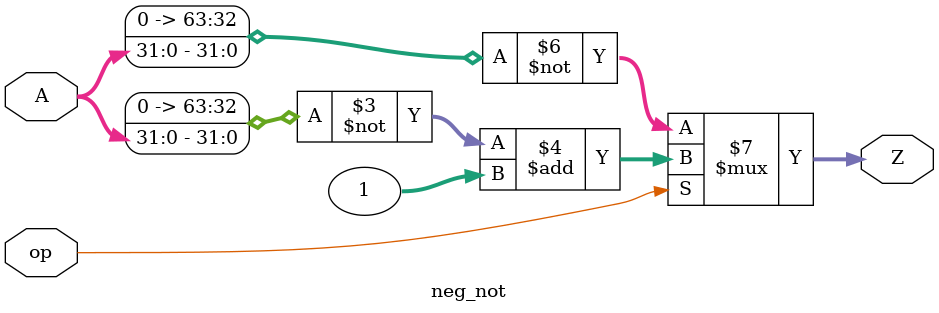
<source format=v>
module neg_not(
	input wire [31:0]		A,
	input wire				op,
	output wire [63:0]	Z
);
	assign Z = (op == 1) ? ~A+1 : ~A;
endmodule

</source>
